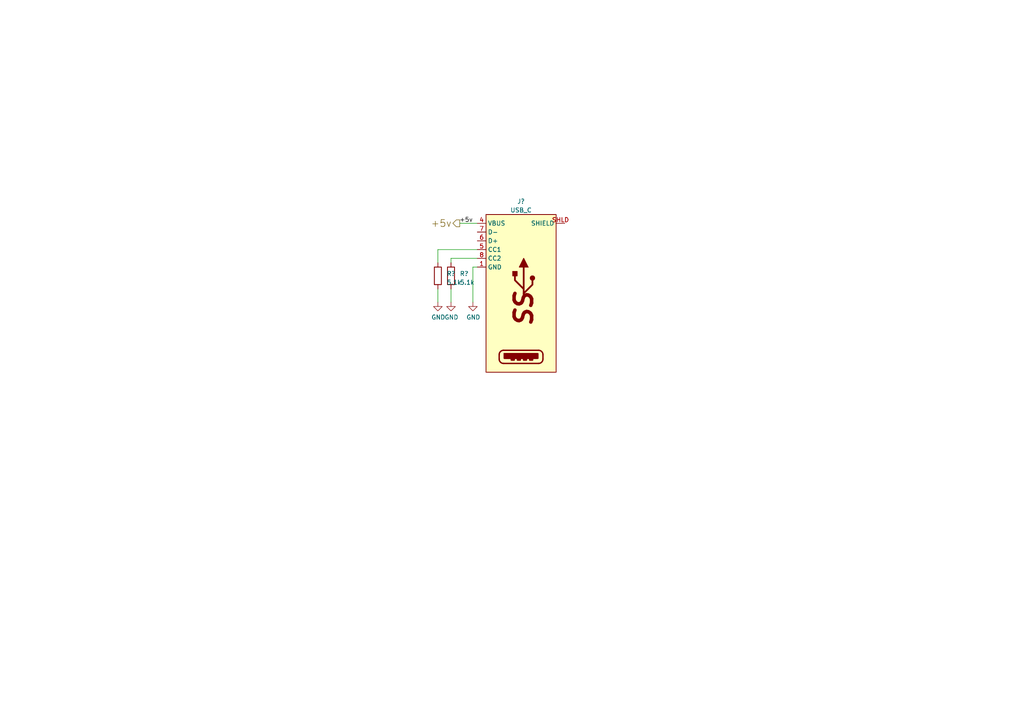
<source format=kicad_sch>
(kicad_sch (version 20210406) (generator eeschema)
  (paper "A4")
  (lib_symbols
    (symbol "CM4IO:USB_C"
      (property "Reference" "J" (at -11.43 29.21 0))
      (property "Value" "USB_C" (at 8.89 29.21 0))
      (symbol "USB_C_0_0"
        (pin power_in line (at -13.97 11.43 0) (length 2.54) hide (name "GND") (number "12"))
        (pin power_in line (at -13.97 24.13 0) (length 2.54) hide (name "VBUS") (number "9"))
      )
      (symbol "USB_C_0_1"
        (arc (start -7.62 -15.24) (end -6.35 -16.51) (radius (at -6.35 -15.24) (length 1.27) (angles 180 -90)) (stroke (width 0.4)))
        (arc (start -6.35 -12.7) (end -7.62 -13.97) (radius (at -6.35 -13.97) (length 1.27) (angles 90 180)) (stroke (width 0.4)))
        (arc (start 3.81 -16.51) (end 5.08 -15.24) (radius (at 3.81 -15.24) (length 1.27) (angles -90 0)) (stroke (width 0.4)))
        (arc (start 5.08 -13.97) (end 3.81 -12.7) (radius (at 3.81 -13.97) (length 1.27) (angles 0 90)) (stroke (width 0.4)))
        (polyline (pts (xy -7.62 -15.24) (xy -7.62 -13.97)) (stroke (width 0.4)))
        (polyline (pts (xy -6.35 -12.7) (xy 3.81 -12.7)) (stroke (width 0.4)))
        (polyline (pts (xy 3.81 -16.51) (xy -6.35 -16.51)) (stroke (width 0.4)))
        (polyline (pts (xy 5.08 -13.97) (xy 5.08 -15.24)) (stroke (width 0.4)))
      )
      (symbol "USB_C_1_1"
        (circle (center 2.032 8.255) (radius 0.635) (stroke (width 0.254)) (fill (type outline)))
        (text "SS" (at -0.508 -0.635 900) (effects (font (size 5.08 5.08) bold italic)))
        (rectangle (start -4.064 -15.24) (end -3.302 -15.494) (stroke (width 0.508)))
        (rectangle (start -2.286 -15.24) (end -1.524 -15.494) (stroke (width 0.508)))
        (rectangle (start -0.508 -15.24) (end 0.254 -15.494) (stroke (width 0.508)))
        (rectangle (start 1.27 -15.24) (end 2.032 -15.494) (stroke (width 0.508)))
        (rectangle (start -6.096 -13.716) (end 3.556 -14.986) (stroke (width 0.508)) (fill (type outline)))
        (rectangle (start -2.413 8.89) (end -3.683 10.16) (stroke (width 0.254)) (fill (type outline)))
        (rectangle (start -11.43 26.67) (end 8.89 -19.05) (stroke (width 0.254)) (fill (type background)))
        (polyline (pts (xy -0.508 2.54) (xy -0.508 11.43)) (stroke (width 0.508)))
        (polyline (pts (xy -0.508 3.81) (xy 2.032 6.35) (xy 2.032 7.62)) (stroke (width 0.508)))
        (polyline (pts (xy -0.508 5.08) (xy -3.048 7.62) (xy -3.048 8.89)) (stroke (width 0.508)))
        (polyline (pts (xy 0.762 11.43) (xy -0.508 13.97) (xy -1.778 11.43) (xy 0.762 11.43)) (stroke (width 0.254)) (fill (type outline)))
        (pin power_in line (at -13.97 11.43 0) (length 2.54) (name "GND") (number "1"))
        (pin power_in line (at -13.97 24.13 0) (length 2.54) (name "VBUS") (number "4"))
        (pin passive line (at -13.97 16.51 0) (length 2.54) (name "CC1") (number "5"))
        (pin bidirectional line (at -13.97 19.05 0) (length 2.54) (name "D+") (number "6"))
        (pin bidirectional line (at -13.97 21.59 0) (length 2.54) (name "D-") (number "7"))
        (pin passive line (at -13.97 13.97 0) (length 2.54) (name "CC2") (number "8"))
        (pin passive line (at 11.43 24.13 180) (length 2.54) (name "SHIELD") (number "SHLD"))
      )
    )
    (symbol "Device:R" (pin_numbers hide) (pin_names (offset 0))
      (property "Reference" "R" (at 2.032 0 90))
      (property "Value" "R" (at 0 0 90))
      (symbol "R_0_1"
        (rectangle (start -1.016 -2.54) (end 1.016 2.54) (stroke (width 0.254)))
      )
      (symbol "R_1_1"
        (pin passive line (at 0 3.81 270) (length 1.27) (name "~") (number "1"))
        (pin passive line (at 0 -3.81 90) (length 1.27) (name "~") (number "2"))
      )
    )
    (symbol "power:GND" (power) (pin_names (offset 0))
      (property "Value" "GND" (at 0 -3.81 0))
      (symbol "GND_0_1"
        (polyline (pts (xy 0 0) (xy 0 -1.27) (xy 1.27 -1.27) (xy 0 -2.54) (xy -1.27 -1.27) (xy 0 -1.27)))
      )
      (symbol "GND_1_1"
        (pin power_in line (at 0 0 270) (length 0) hide (name "GND") (number "1"))
      )
    )
  )
  (wire (pts (xy 127 72.39) (xy 127 76.2)))
  (wire (pts (xy 127 83.82) (xy 127 87.63)))
  (wire (pts (xy 130.81 74.93) (xy 130.81 76.2)))
  (wire (pts (xy 130.81 83.82) (xy 130.81 87.63)))
  (wire (pts (xy 133.35 64.77) (xy 138.43 64.77)))
  (wire (pts (xy 137.16 77.47) (xy 137.16 87.63)))
  (wire (pts (xy 137.16 77.47) (xy 138.43 77.47)))
  (wire (pts (xy 138.43 72.39) (xy 127 72.39)))
  (wire (pts (xy 138.43 74.93) (xy 130.81 74.93)))
  (label "+5v" (at 137.16 64.77 180))
  (hierarchical_label "+5v" (shape output) (at 133.35 64.77 180) (effects (font (size 2.0066 2.0066))))
  (symbol (lib_id "power:GND") (at 127 87.63 0) (unit 1)
    (property "Reference" "#PWR?" (effects hide))
    (property "Value" "GND" (at 127.127 92.0242 0))
  )
  (symbol (lib_id "power:GND") (at 130.81 87.63 0) (unit 1)
    (property "Reference" "#PWR?" (effects hide))
    (property "Value" "GND" (at 130.937 92.0242 0))
  )
  (symbol (lib_id "power:GND") (at 137.16 87.63 0) (unit 1)
    (property "Reference" "#PWR?" (effects hide))
    (property "Value" "GND" (at 137.287 92.0242 0))
  )
  (symbol (lib_id "Device:R") (at 127 80.01 0) (unit 1)
    (property "Reference" "R?" (at 129.54 79.3749 0) (effects (justify left)))
    (property "Value" "5.1k" (at 129.54 81.9149 0) (effects (justify left)))
    (property "Footprint" "Resistor_SMD:R_0603_1608Metric" (effects hide))
  )
  (symbol (lib_id "Device:R") (at 130.81 80.01 0) (unit 1)
    (property "Reference" "R?" (at 133.35 79.3749 0) (effects (justify left)))
    (property "Value" "5.1k" (at 133.35 81.9149 0) (effects (justify left)))
    (property "Footprint" "Resistor_SMD:R_0603_1608Metric" (effects hide))
  )
  (symbol (lib_id "CM4IO:USB_C") (at 152.4 88.9 0) (unit 1)
    (property "Reference" "J?" (at 151.13 58.42 0))
    (property "Value" "USB_C" (at 151.13 60.96 0))
    (property "Footprint" "CM4IO:USB4105-GF-A" (effects hide))
  )
)
</source>
